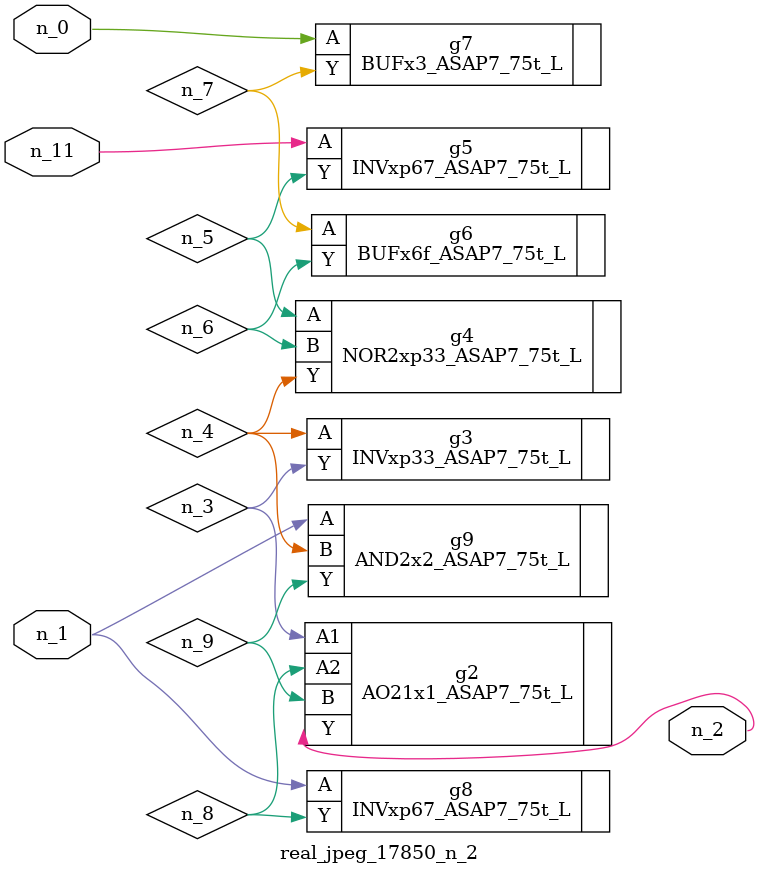
<source format=v>
module real_jpeg_17850_n_2 (n_1, n_11, n_0, n_2);

input n_1;
input n_11;
input n_0;

output n_2;

wire n_5;
wire n_8;
wire n_4;
wire n_6;
wire n_7;
wire n_3;
wire n_9;

BUFx3_ASAP7_75t_L g7 ( 
.A(n_0),
.Y(n_7)
);

INVxp67_ASAP7_75t_L g8 ( 
.A(n_1),
.Y(n_8)
);

AND2x2_ASAP7_75t_L g9 ( 
.A(n_1),
.B(n_4),
.Y(n_9)
);

AO21x1_ASAP7_75t_L g2 ( 
.A1(n_3),
.A2(n_8),
.B(n_9),
.Y(n_2)
);

INVxp33_ASAP7_75t_L g3 ( 
.A(n_4),
.Y(n_3)
);

NOR2xp33_ASAP7_75t_L g4 ( 
.A(n_5),
.B(n_6),
.Y(n_4)
);

BUFx6f_ASAP7_75t_L g6 ( 
.A(n_7),
.Y(n_6)
);

INVxp67_ASAP7_75t_L g5 ( 
.A(n_11),
.Y(n_5)
);


endmodule
</source>
